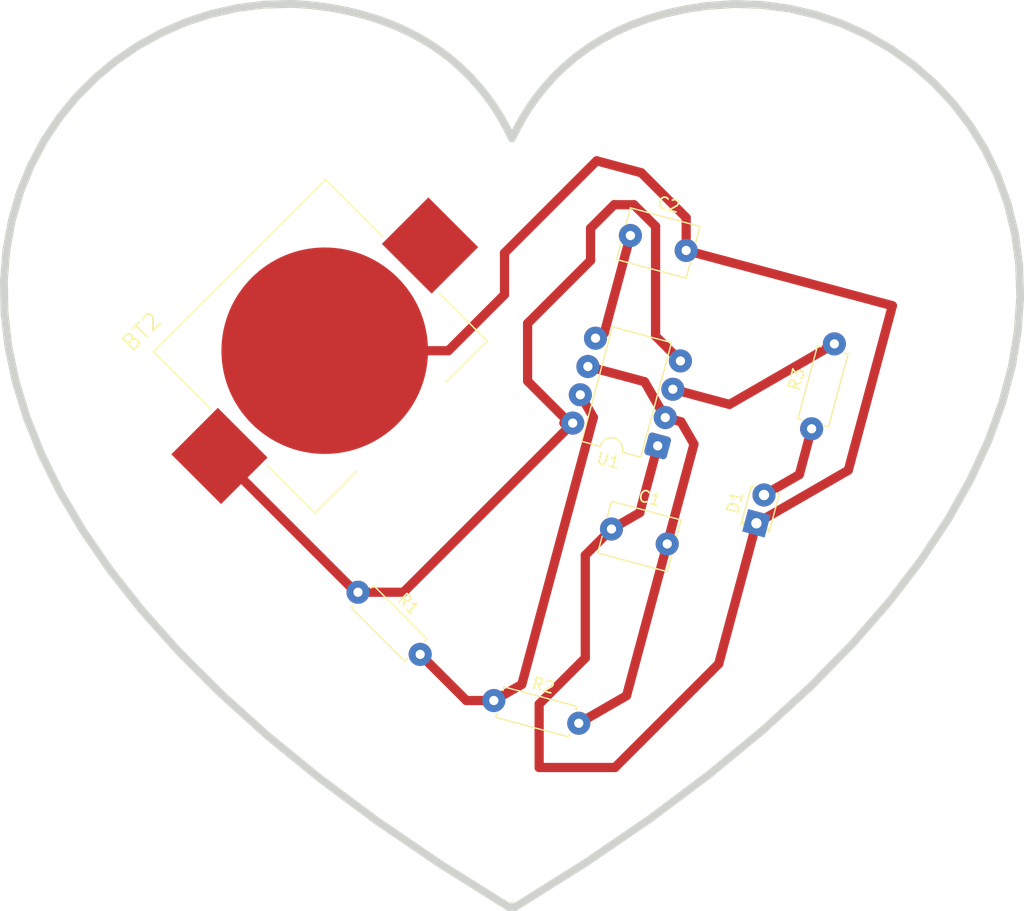
<source format=kicad_pcb>
(kicad_pcb (version 20241229) (generator "pcbnew") (generator_version "9.0")
  (layers (0 "F.Cu" signal) (2 "B.Cu" signal) (13 "F.Paste" user) (15 "B.Paste" user) (5 "F.SilkS" user "F.Silkscreen") (7 "B.SilkS" user "B.Silkscreen") (1 "F.Mask" user) (3 "B.Mask" user) (25 "Edge.Cuts" user))
  (net 0 "")
  (net 1 "GND")
  (net 2 "+3V0")
  (net 3 "Net-(U1-THR)")
  (net 4 "Net-(U1-CV)")
  (net 5 "Net-(D1-A)")
  (net 6 "Net-(U1-DIS)")
  (net 7 "Net-(U1-Q)")
  (footprint "Capacitor_THT:C_Disc_D6.0mm_W4.4mm_P5.00mm" (layer "F.Cu") (at 185.40895 79.883298 -15)
    (property "Reference" "C2" (at 2.5 -3.449999 165) (layer "F.SilkS"))
    (property "Value" "10n")
    (fp_line (start -0.619999 2.32) (end -0.620001 0.835001) (stroke (width 0.12)) (layer "F.SilkS"))
    (fp_line (start -0.619999 -0.835) (end -0.62 -2.32) (stroke (width 0.12)) (layer "F.SilkS"))
    (fp_line (start -0.62 -2.32) (end 5.62 -2.32) (stroke (width 0.12)) (layer "F.SilkS"))
    (fp_line (start 5.62 2.32) (end -0.619999 2.32) (stroke (width 0.12)) (layer "F.SilkS"))
    (fp_line (start 5.62 0.835) (end 5.62 2.32) (stroke (width 0.12)) (layer "F.SilkS"))
    (fp_line (start 5.62 -2.32) (end 5.62 -0.835) (stroke (width 0.12)) (layer "F.SilkS"))
    (pad "1" thru_hole circle (at 0 0 345) (size 2 2) (drill 0.8) (layers "*.Cu" "*.Mask") (net 4 "Net-(U1-CV)"))
    (pad "2" thru_hole circle (at 5 0 345) (size 2 2) (drill 0.8) (layers "*.Cu" "*.Mask") (net 1 "GND"))
  )
  (footprint "Resistor_THT:R_Axial_DIN0207_L6.3mm_D2.5mm_P7.62mm_Horizontal" (layer "F.Cu") (at 161.805923 110.805924 -45)
    (property "Reference" "R1" (at 3.81 -2.370001 135) (layer "F.SilkS"))
    (property "Value" "R" (hide yes))
    (fp_line (start 0.539998 1.370001) (end 7.080001 1.369997) (stroke (width 0.12)) (layer "F.SilkS"))
    (fp_line (start 0.539998 1.039999) (end 0.539998 1.370001) (stroke (width 0.12)) (layer "F.SilkS"))
    (fp_line (start 0.539999 -1.040001) (end 0.54 -1.369998) (stroke (width 0.12)) (layer "F.SilkS"))
    (fp_line (start 0.54 -1.369998) (end 7.080001 -1.37) (stroke (width 0.12)) (layer "F.SilkS"))
    (fp_line (start 7.080001 1.369997) (end 7.08 1.039999) (stroke (width 0.12)) (layer "F.SilkS"))
    (fp_line (start 7.080001 -1.37) (end 7.079999 -1.040003) (stroke (width 0.12)) (layer "F.SilkS"))
    (pad "1" thru_hole circle (at 0 0 315) (size 2 2) (drill 0.8) (layers "*.Cu" "*.Mask") (net 2 "+3V0"))
    (pad "2" thru_hole circle (at 7.62 0 315) (size 2 2) (drill 0.8) (layers "*.Cu" "*.Mask") (net 6 "Net-(U1-DIS)"))
  )
  (footprint "Resistor_THT:R_Axial_DIN0207_L6.3mm_D2.5mm_P7.62mm_Horizontal" (layer "F.Cu") (at 173.572626 120.193359 -15)
    (property "Reference" "R2" (at 3.81 -2.37 165) (layer "F.SilkS"))
    (property "Value" "R")
    (fp_line (start 0.540001 1.369998) (end 7.08 1.369999) (stroke (width 0.12)) (layer "F.SilkS"))
    (fp_line (start 0.54 1.04) (end 0.540001 1.369998) (stroke (width 0.12)) (layer "F.SilkS"))
    (fp_line (start 0.54 -1.04) (end 0.54 -1.37) (stroke (width 0.12)) (layer "F.SilkS"))
    (fp_line (start 0.54 -1.37) (end 7.080001 -1.37) (stroke (width 0.12)) (layer "F.SilkS"))
    (fp_line (start 7.08 1.369999) (end 7.08 1.04) (stroke (width 0.12)) (layer "F.SilkS"))
    (fp_line (start 7.080001 -1.37) (end 7.08 -1.039998) (stroke (width 0.12)) (layer "F.SilkS"))
    (pad "1" thru_hole circle (at 0 0 345) (size 2 2) (drill 0.8) (layers "*.Cu" "*.Mask") (net 6 "Net-(U1-DIS)"))
    (pad "2" thru_hole circle (at 7.62 0 345) (size 2 2) (drill 0.8) (layers "*.Cu" "*.Mask") (net 3 "Net-(U1-THR)"))
  )
  (footprint "Capacitor_THT:C_Disc_D6.0mm_W4.4mm_P5.00mm" (layer "F.Cu") (at 183.768104 105.325537 -15)
    (property "Reference" "C1" (at 2.5 -3.449999 165) (layer "F.SilkS"))
    (property "Value" "C")
    (fp_line (start -0.619999 2.32) (end -0.620001 0.835001) (stroke (width 0.12)) (layer "F.SilkS"))
    (fp_line (start -0.619999 -0.835) (end -0.62 -2.32) (stroke (width 0.12)) (layer "F.SilkS"))
    (fp_line (start -0.62 -2.32) (end 5.62 -2.32) (stroke (width 0.12)) (layer "F.SilkS"))
    (fp_line (start 5.62 2.32) (end -0.619999 2.32) (stroke (width 0.12)) (layer "F.SilkS"))
    (fp_line (start 5.62 0.835) (end 5.62 2.32) (stroke (width 0.12)) (layer "F.SilkS"))
    (fp_line (start 5.62 -2.32) (end 5.62 -0.835) (stroke (width 0.12)) (layer "F.SilkS"))
    (pad "1" thru_hole circle (at 0 0 345) (size 2 2) (drill 0.8) (layers "*.Cu" "*.Mask") (net 1 "GND"))
    (pad "2" thru_hole circle (at 5 0 345) (size 2 2) (drill 0.8) (layers "*.Cu" "*.Mask") (net 3 "Net-(U1-THR)"))
  )
  (footprint "LED_THT:LED_D1.8mm_W3.3mm_H2.4mm" (layer "F.Cu") (at 196.324609 104.828462 75)
    (property "Reference" "D1" (at 1.270001 -2.26 75) (layer "F.SilkS"))
    (property "Value" "LED")
    (fp_line (start -0.44 -1.26) (end 2.98 -1.26) (stroke (width 0.12)) (layer "F.SilkS"))
    (fp_line (start -0.320001 -1.259998) (end -0.320002 -1.080001) (stroke (width 0.12)) (layer "F.SilkS"))
    (fp_line (start -0.2 -1.26) (end -0.200001 -1.079999) (stroke (width 0.12)) (layer "F.SilkS"))
    (fp_line (start -0.439998 -1.079999) (end -0.44 -1.26) (stroke (width 0.12)) (layer "F.SilkS"))
    (fp_line (start 2.98 -1.26) (end 2.979999 -0.986001) (stroke (width 0.12)) (layer "F.SilkS"))
    (fp_line (start -0.320001 1.080001) (end -0.320001 1.260002) (stroke (width 0.12)) (layer "F.SilkS"))
    (fp_line (start -0.2 1.080001) (end -0.2 1.26) (stroke (width 0.12)) (layer "F.SilkS"))
    (fp_line (start -0.44 1.26) (end -0.439999 1.08) (stroke (width 0.12)) (layer "F.SilkS"))
    (fp_line (start 2.98 0.986) (end 2.98 1.26) (stroke (width 0.12)) (layer "F.SilkS"))
    (fp_line (start 2.98 1.26) (end -0.44 1.26) (stroke (width 0.12)) (layer "F.SilkS"))
    (pad "1" thru_hole rect (at 0 0 75) (size 2 2) (drill 0.9) (layers "*.Cu" "*.Mask") (net 1 "GND"))
    (pad "2" thru_hole circle (at 2.540003 0.000001 75) (size 2 2) (drill 0.9) (layers "*.Cu" "*.Mask") (net 5 "Net-(D1-A)"))
  )
  (footprint "Resistor_THT:R_Axial_DIN0207_L6.3mm_D2.5mm_P7.62mm_Horizontal" (layer "F.Cu") (at 201.107617 96.637288 75)
    (property "Reference" "R3" (at 3.809998 -2.370001 75) (layer "F.SilkS"))
    (property "Value" "R")
    (fp_line (start 0.540001 -1.369998) (end 7.080001 -1.37) (stroke (width 0.12)) (layer "F.SilkS"))
    (fp_line (start 0.539999 -1.039999) (end 0.540001 -1.369998) (stroke (width 0.12)) (layer "F.SilkS"))
    (fp_line (start 7.080001 -1.37) (end 7.080001 -1.040001) (stroke (width 0.12)) (layer "F.SilkS"))
    (fp_line (start 0.54 1.040001) (end 0.540001 1.369999) (stroke (width 0.12)) (layer "F.SilkS"))
    (fp_line (start 0.540001 1.369999) (end 7.080001 1.369998) (stroke (width 0.12)) (layer "F.SilkS"))
    (fp_line (start 7.080001 1.369998) (end 7.08 1.039999) (stroke (width 0.12)) (layer "F.SilkS"))
    (pad "1" thru_hole circle (at 0 0 75) (size 2 2) (drill 0.8) (layers "*.Cu" "*.Mask") (net 5 "Net-(D1-A)"))
    (pad "2" thru_hole circle (at 7.62 0 75) (size 2 2) (drill 0.8) (layers "*.Cu" "*.Mask") (net 7 "Net-(U1-Q)"))
  )
  (footprint "Package_DIP:DIP-8_W7.62mm" (layer "F.Cu") (at 187.770509 98.115767 165)
    (property "Reference" "U1" (at 3.809998 -2.329999 165) (layer "F.SilkS"))
    (property "Value" "TLC555xP")
    (fp_line (start 6.459997 -1.33) (end 4.810002 -1.33) (stroke (width 0.12)) (layer "F.SilkS"))
    (fp_line (start 6.46 8.95) (end 6.459997 -1.33) (stroke (width 0.12)) (layer "F.SilkS"))
    (fp_line (start 2.809999 -1.33) (end 1.159999 -1.329999) (stroke (width 0.12)) (layer "F.SilkS"))
    (fp_line (start 1.159999 -1.329999) (end 1.159997 8.949998) (stroke (width 0.12)) (layer "F.SilkS"))
    (fp_line (start 1.159997 8.949998) (end 6.46 8.95) (stroke (width 0.12)) (layer "F.SilkS"))
    (fp_arc (start 4.810002 -1.33) (mid 3.81 -0.33) (end 2.809999 -1.33) (stroke (width 0.12)) (layer "F.SilkS"))
    (pad "1" thru_hole roundrect (at 0 0 165) (size 2 2) (drill 0.8) (layers "*.Cu" "*.Mask") (roundrect_rratio 0.15625) (net 1 "GND"))
    (pad "2" thru_hole circle (at 0.000002 2.540003 165) (size 2 2) (drill 0.8) (layers "*.Cu" "*.Mask") (net 3 "Net-(U1-THR)"))
    (pad "3" thru_hole circle (at 0 5.08 165) (size 2 2) (drill 0.8) (layers "*.Cu" "*.Mask") (net 7 "Net-(U1-Q)"))
    (pad "4" thru_hole circle (at 0 7.62 165) (size 2 2) (drill 0.8) (layers "*.Cu" "*.Mask") (net 2 "+3V0"))
    (pad "5" thru_hole circle (at 7.62 7.62 165) (size 2 2) (drill 0.8) (layers "*.Cu" "*.Mask") (net 4 "Net-(U1-CV)"))
    (pad "6" thru_hole circle (at 7.620002 5.08 165) (size 2 2) (drill 0.8) (layers "*.Cu" "*.Mask") (net 3 "Net-(U1-THR)"))
    (pad "7" thru_hole circle (at 7.62 2.539999 165) (size 2 2) (drill 0.8) (layers "*.Cu" "*.Mask") (net 6 "Net-(U1-DIS)"))
    (pad "8" thru_hole circle (at 7.62 0 165) (size 2 2) (drill 0.8) (layers "*.Cu" "*.Mask") (net 2 "+3V0"))
  )
  (footprint "BAT-HLD-003-SMT:BAT_BAT-HLD-003-SMT" (layer "F.Cu") (at 158.922145 89.868234 45)
    (property "Reference" "BT2" (at -10.055 -12.388999 45) (layer "F.SilkS") (effects (font (size 1.4 1.4))))
    (property "Value" "BAT-HLD-003-SMT")
    (fp_line (start -10.550001 -10.45) (end 10.550001 -10.45) (stroke (width 0.127)) (layer "F.SilkS"))
    (fp_line (start -10.550002 -3.499998) (end -10.550001 -10.45) (stroke (width 0.127)) (layer "F.SilkS"))
    (fp_line (start -10.550001 3.5) (end -10.550001 9.350002) (stroke (width 0.127)) (layer "F.SilkS"))
    (fp_line (start -10.550001 9.350002) (end -5.5 9.35) (stroke (width 0.127)) (layer "F.SilkS"))
    (fp_line (start 10.550001 -10.45) (end 10.550001 -3.5) (stroke (width 0.127)) (layer "F.SilkS"))
    (fp_line (start 5.5 9.35) (end 10.55 9.349999) (stroke (width 0.127)) (layer "F.SilkS"))
    (fp_line (start 10.55 9.349999) (end 10.550002 3.499998) (stroke (width 0.127)) (layer "F.SilkS"))
    (pad "N" smd circle (at 0 0 45) (size 17.9 17.9) (layers "F.Cu" "F.Mask") (net 1 "GND"))
    (pad "P1" smd rect (at -12.899999 -0.000001 45) (size 5.7 6.1) (layers "F.Cu" "F.Mask" "F.Paste") (net 2 "+3V0"))
    (pad "P2" smd rect (at 12.899999 0.000001 45) (size 5.7 6.1) (layers "F.Cu" "F.Mask" "F.Paste") (net 2 "+3V0"))
  )
  (gr_poly (pts (xy 156.17469 59.814459) (xy 156.4736 59.826083) (xy 156.772553 59.841756) (xy 157.071569 59.861392) (xy 157.37067 59.884908) (xy 157.669876 59.912218) (xy 157.969209 59.94324) (xy 158.268689 59.977887) (xy 159.187298 60.103898) (xy 160.075589 60.254278) (xy 160.934072 60.428094) (xy 161.763254 60.624413) (xy 162.563643 60.842305) (xy 163.335748 61.080835) (xy 164.080075 61.339072) (xy 164.797134 61.616084) (xy 165.487432 61.910939) (xy 166.151477 62.222703) (xy 166.789777 62.550445) (xy 167.40284 62.893233) (xy 167.991175 63.250133) (xy 168.555288 63.620215) (xy 169.095689 64.002545) (xy 169.612885 64.396191) (xy 170.107384 64.800221) (xy 170.579694 65.213702) (xy 171.459779 66.06529) (xy 172.257204 66.943497) (xy 172.976034 67.840864) (xy 173.620332 68.749932) (xy 174.194161 69.663244) (xy 174.701587 70.57334) (xy 175.146673 71.472762) (xy 175.591759 70.573339) (xy 176.099187 69.663242) (xy 176.673025 68.74993) (xy 177.317338 67.840861) (xy 178.036194 66.943494) (xy 178.833659 66.065287) (xy 179.7138 65.213699) (xy 180.680683 64.396188) (xy 181.738374 63.620212) (xy 182.890941 62.893231) (xy 184.14245 62.222701) (xy 185.496967 61.616083) (xy 186.958559 61.080833) (xy 188.531293 60.624411) (xy 190.219235 60.254276) (xy 192.026452 59.977884) (xy 194.422385 59.811553) (xy 196.80678 59.889417) (xy 199.161972 60.203887) (xy 201.470298 60.747373) (xy 203.714093 61.512285) (xy 205.875695 62.491035) (xy 207.937438 63.676032) (xy 209.881661 65.059687) (xy 211.690698 66.634411) (xy 213.346886 68.392613) (xy 214.832561 70.326704) (xy 216.13006 72.429095) (xy 217.221719 74.692196) (xy 218.089873 77.108418) (xy 218.71686 79.67017) (xy 219.085015 82.369864) (xy 219.176675 85.199909) (xy 218.974175 88.152717) (xy 218.459853 91.220697) (xy 217.616044 94.39626) (xy 216.425085 97.671816) (xy 214.869312 101.039776) (xy 212.93106 104.492551) (xy 210.592667 108.02255) (xy 207.836469 111.622185) (xy 204.644801 115.283864) (xy 201 119) (xy 196.884403 122.763002) (xy 192.280345 126.565281) (xy 187.170163 130.399248) (xy 181.536193 134.257311) (xy 175.360771 138.131883) (xy 175.353262 138.119956) (xy 175.344616 138.108797) (xy 175.334909 138.098409) (xy 175.324218 138.088789) (xy 175.312617 138.07994) (xy 175.300183 138.07186) (xy 175.286991 138.064549) (xy 175.273117 138.058008) (xy 175.258637 138.052237) (xy 175.243627 138.047235) (xy 175.228162 138.043002) (xy 175.212318 138.039539) (xy 175.196172 138.036846) (xy 175.179797 138.034922) (xy 175.163272 138.033768) (xy 175.14667 138.033383) (xy 175.130069 138.033768) (xy 175.113543 138.034922) (xy 175.097169 138.036846) (xy 175.081022 138.039539) (xy 175.065179 138.043002) (xy 175.049714 138.047235) (xy 175.034703 138.052237) (xy 175.020224 138.058008) (xy 175.00635 138.064549) (xy 174.993158 138.07186) (xy 174.980724 138.07994) (xy 174.969123 138.088789) (xy 174.958432 138.098409) (xy 174.948725 138.108797) (xy 174.940079 138.119956) (xy 174.93257 138.131883) (xy 168.941952 134.378182) (xy 163.460003 130.639722) (xy 158.470662 126.923404) (xy 153.957869 123.236131) (xy 149.905564 119.584805) (xy 146.297689 115.976328) (xy 143.118183 112.417602) (xy 140.350987 108.915528) (xy 137.98004 105.47701) (xy 135.989283 102.108949) (xy 134.362657 98.818247) (xy 133.084101 95.611806) (xy 132.137556 92.496528) (xy 131.506962 89.479316) (xy 131.176259 86.567071) (xy 131.129388 83.766695) (xy 131.350288 81.08509) (xy 131.822901 78.529159) (xy 132.531167 76.105803) (xy 133.459024 73.821925) (xy 134.590415 71.684426) (xy 135.909279 69.700209) (xy 137.399556 67.876175) (xy 139.045187 66.219227) (xy 140.830112 64.736267) (xy 142.738272 63.434196) (xy 144.753605 62.319917) (xy 146.860054 61.400332) (xy 149.041557 60.682342) (xy 151.282056 60.172851) (xy 153.56549 59.878759) (xy 155.8758 59.80697) (xy 155.8758 59.806967)) (stroke (width 0.683629)) (fill no) (layer "Edge.Cuts"))
  (segment (start 186.349491 74.441294) (end 190.238579 78.330382) (width 0.8) (layer "F.Cu") (net 1))
  (segment (start 169.631766 89.868234) (end 158.922145 89.868234) (width 0.8) (layer "F.Cu") (net 1))
  (segment (start 181.5 107.593641) (end 181.5 116.5) (width 0.8) (layer "F.Cu") (net 1))
  (segment (start 196.324609 104.828462) (end 204.285452 100.232265) (width 0.8) (layer "F.Cu") (net 1))
  (segment (start 174.5 85) (end 169.631766 89.868234) (width 0.8) (layer "F.Cu") (net 1))
  (segment (start 208.108209 85.965546) (end 190.238579 81.177392) (width 0.8) (layer "F.Cu") (net 1))
  (segment (start 186.217595 103.911324) (end 187.770509 98.115767) (width 0.8) (layer "F.Cu") (net 1))
  (segment (start 183.768104 105.325537) (end 186.217595 103.911324) (width 0.8) (layer "F.Cu") (net 1))
  (segment (start 186.349491 74.441294) (end 182.485791 73.406019) (width 0.8) (layer "F.Cu") (net 1))
  (segment (start 182.485791 73.406019) (end 174.5 81.39181) (width 0.8) (layer "F.Cu") (net 1))
  (segment (start 183.768104 105.325537) (end 181.5 107.593641) (width 0.8) (layer "F.Cu") (net 1))
  (segment (start 190.238579 78.330382) (end 190.238579 81.177393) (width 0.8) (layer "F.Cu") (net 1))
  (segment (start 204.285452 100.232265) (end 208.108209 85.965546) (width 0.8) (layer "F.Cu") (net 1))
  (segment (start 174.5 81.39181) (end 174.5 85) (width 0.8) (layer "F.Cu") (net 1))
  (segment (start 177.5 120.5) (end 177.5 126) (width 0.8) (layer "F.Cu") (net 1))
  (segment (start 184.072626 126) (end 193.059823 117.012803) (width 0.8) (layer "F.Cu") (net 1))
  (segment (start 181.5 116.5) (end 177.5 120.5) (width 0.8) (layer "F.Cu") (net 1))
  (segment (start 193.059823 117.012803) (end 196.324609 104.828462) (width 0.8) (layer "F.Cu") (net 1))
  (segment (start 177.5 126) (end 184.072626 126) (width 0.8) (layer "F.Cu") (net 1))
  (segment (start 149.800467 98.989913) (end 149.728447 99.258701) (width 0.8) (layer "F.Cu") (net 2))
  (segment (start 180.410154 96.143566) (end 165.747796 110.805924) (width 0.8) (layer "F.Cu") (net 2))
  (segment (start 149.857856 98.775739) (end 151.021362 98.103987) (width 0.8) (layer "F.Cu") (net 2))
  (segment (start 168.043822 80.543822) (end 168.043822 80.746558) (width 0.8) (layer "F.Cu") (net 2))
  (segment (start 149.800467 98.989913) (end 149.857856 98.775739) (width 0.8) (layer "F.Cu") (net 2))
  (segment (start 179.643566 96.143566) (end 180.410154 96.143566) (width 0.8) (layer "F.Cu") (net 2))
  (segment (start 189.74271 90.755412) (end 189.742711 90.755412) (width 0.8) (layer "F.Cu") (net 2))
  (segment (start 161.616482 110.805924) (end 149.800468 98.98991) (width 0.8) (layer "F.Cu") (net 2))
  (segment (start 176.5 87.5) (end 181.954658 82.045342) (width 0.8) (layer "F.Cu") (net 2))
  (segment (start 185.710458 77.210458) (end 187.58738 79.08738) (width 0.8) (layer "F.Cu") (net 2))
  (segment (start 149.728447 99.258701) (end 148.442462 100.001164) (width 0.8) (layer "F.Cu") (net 2))
  (segment (start 187.58738 79.08738) (end 187.58738 88.600082) (width 0.8) (layer "F.Cu") (net 2))
  (segment (start 187.58738 88.600082) (end 189.74271 90.755412) (width 0.8) (layer "F.Cu") (net 2))
  (segment (start 184 77.210458) (end 185.710458 77.210458) (width 0.8) (layer "F.Cu") (net 2))
  (segment (start 181.954658 79.2558) (end 184 77.210458) (width 0.8) (layer "F.Cu") (net 2))
  (segment (start 165.747796 110.805924) (end 161.805923 110.805924) (width 0.8) (layer "F.Cu") (net 2))
  (segment (start 176.5 92.5) (end 176.5 87.5) (width 0.8) (layer "F.Cu") (net 2))
  (segment (start 181.954658 82.045342) (end 181.954658 79.2558) (width 0.8) (layer "F.Cu") (net 2))
  (segment (start 161.805923 110.805924) (end 161.616482 110.805924) (width 0.8) (layer "F.Cu") (net 2))
  (segment (start 180.143566 96.143566) (end 176.5 92.5) (width 0.8) (layer "F.Cu") (net 2))
  (segment (start 180.410154 96.143566) (end 180.143566 96.143566) (width 0.8) (layer "F.Cu") (net 2))
  (segment (start 168.043822 80.543822) (end 168 80.5) (width 0.8) (layer "F.Cu") (net 2))
  (segment (start 189.793934 96.028338) (end 188.427908 95.662313) (width 0.8) (layer "F.Cu") (net 3))
  (segment (start 188.597733 106.619632) (end 190.915253 97.970523) (width 0.8) (layer "F.Cu") (net 3))
  (segment (start 190.915253 97.970523) (end 189.793934 96.028338) (width 0.8) (layer "F.Cu") (net 3))
  (segment (start 188.427908 95.662313) (end 186.63186 92.551464) (width 0.8) (layer "F.Cu") (net 3))
  (segment (start 186.63186 92.551464) (end 181.724951 91.236664) (width 0.8) (layer "F.Cu") (net 3))
  (segment (start 185.072618 119.775543) (end 188.597733 106.619632) (width 0.8) (layer "F.Cu") (net 3))
  (segment (start 180.932982 122.165562) (end 185.072618 119.775543) (width 0.8) (layer "F.Cu") (net 3))
  (segment (start 185.40895 79.883298) (end 185.408949 79.883297) (width 0.8) (layer "F.Cu") (net 4))
  (segment (start 183.141696 88.344807) (end 182.382355 88.783213) (width 0.8) (layer "F.Cu") (net 4))
  (segment (start 185.40895 79.883298) (end 183.141696 88.344807) (width 0.8) (layer "F.Cu") (net 4))
  (segment (start 200.043871 100.607244) (end 196.982012 102.37501) (width 0.8) (layer "F.Cu") (net 5))
  (segment (start 201.107617 96.637288) (end 200.043871 100.607244) (width 0.8) (layer "F.Cu") (net 5))
  (segment (start 182.199631 95.650934) (end 181.067553 93.690116) (width 0.8) (layer "F.Cu") (net 6))
  (segment (start 173.572626 120.193359) (end 175.998845 118.792583) (width 0.8) (layer "F.Cu") (net 6))
  (segment (start 171.193358 120.193359) (end 167.194077 116.194078) (width 0.8) (layer "F.Cu") (net 6))
  (segment (start 173.572626 120.193359) (end 171.193358 120.193359) (width 0.8) (layer "F.Cu") (net 6))
  (segment (start 175.998845 118.792583) (end 182.199631 95.650934) (width 0.8) (layer "F.Cu") (net 6))
  (segment (start 193.992213 94.523666) (end 189.085309 93.208864) (width 0.8) (layer "F.Cu") (net 7))
  (segment (start 203.079818 89.276933) (end 193.992213 94.523666) (width 0.8) (layer "F.Cu") (net 7))
)
</source>
